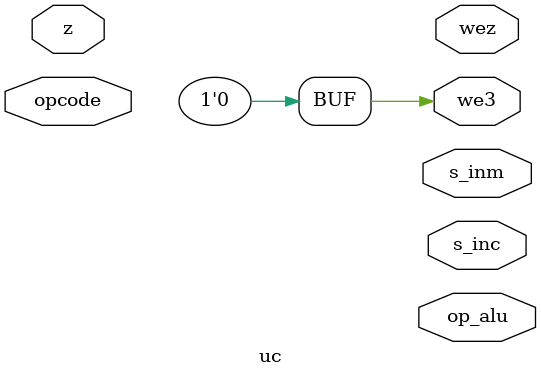
<source format=v>
module uc(input wire [5:0] opcode, input wire z, output reg s_inc, s_inm, we3, wez, output reg [2:0] op_alu);

  initial begin
    we3 = 1'b0;

  end


endmodule
</source>
